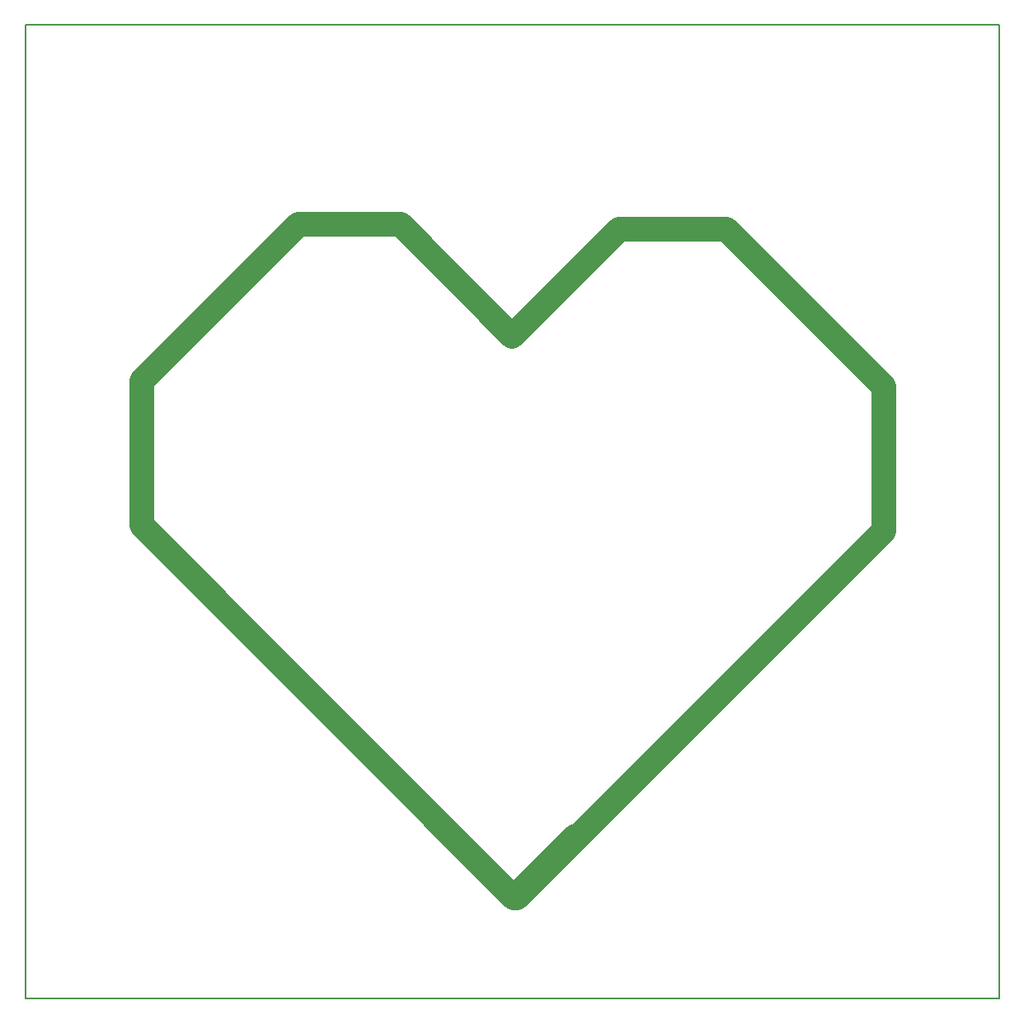
<source format=gbr>
G04 PROTEUS RS274X GERBER FILE*
%FSLAX45Y45*%
%MOMM*%
G01*
%ADD10C,2.540000*%
%ADD11C,0.203200*%
D10*
X+5000000Y+6800000D02*
X+6100000Y+7900000D01*
X+7200000Y+7900000D01*
X+8812251Y+6287749D01*
X+8812251Y+4803206D01*
X+5047075Y+1038030D01*
X+5017192Y+1038030D01*
X+5000000Y+6800000D02*
X+3850000Y+7950000D01*
X+2800000Y+7950000D01*
X+1192252Y+6342252D01*
X+1192252Y+6267442D01*
X+1192252Y+4862970D01*
X+5017192Y+1038030D01*
X+5649640Y+1670478D01*
X+5679522Y+1670478D01*
D11*
X+0Y+0D02*
X+10000000Y+0D01*
X+10000000Y+10000000D01*
X+0Y+10000000D01*
X+0Y+0D01*
M02*

</source>
